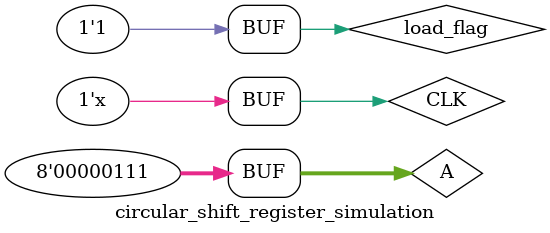
<source format=v>
`timescale 1ns / 1ps


module sr_latch_withouten_simulation(); 
   reg S;
   reg R;
   wire Q;
   wire Q_neg;
   sr_latch_withouten uut(S,R,Q,Q_neg);
   
   initial begin
       S = 1'b1; R = 1'b0;#200;
       S = 1'b0; R = 1'b0;#200;
       S = 1'b0; R = 1'b1;#200;
       S = 1'b0; R = 1'b0;#200;
       S = 1'b1; R = 1'b1;#200;
   end
endmodule

module sr_latch_withen_simulation(); 
   reg S;
   reg R;
   reg E;
   wire Q;
   wire Q_neg;
   sr_latch_withen uut(S,R,E,Q,Q_neg);
   
   initial begin
       S = 1'b1; R = 1'b0;E = 1'b1;#111.11;
       S = 1'b0; R = 1'b0;E = 1'b1;#111.11;
       S = 1'b0; R = 1'b1;E = 1'b1;#111.11;
       S = 1'b0; R = 1'b0;E = 1'b1;#111.11;
       S = 1'b0; R = 1'b0;E = 1'b0;#111.11;
       S = 1'b0; R = 1'b1;E = 1'b0;#111.11;
       S = 1'b1; R = 1'b0;E = 1'b0;#111.11;
       S = 1'b1; R = 1'b1;E = 1'b0;#111.11;
       S = 1'b1; R = 1'b1;E = 1'b1;#111.11;
   end
endmodule

module d_flip_flop_simulation(); 
   reg D;
   reg CLK;
   wire Q;
   wire Q_neg;
   d_flip_flop uut(D,CLK,Q,Q_neg);
   
   initial begin
       CLK = 0; D = 1;#166.66;
       D = 0;#166.66;
       D = 1;#166.66;
       D = 0;#166.66;
       D = 0;#166.66;
       D = 1;#166.66;
       D = 1;#166.66;
   end
   always
   begin
       CLK <= ~CLK; #50;
   end
endmodule

/*module jk_flip_flop_simulation(); 
   reg J;
   reg K;
   reg clock;
   wire Q;
   wire Q_neg;
   jk_flip_flop uut(J,K,clock,Q,Q_neg);

    initial begin
       clock = 0; J = 0; K = 0; #250;
       J = 0; K = 1; #250;
       J = 1; K = 0; #250;
       J = 1; K = 1; #250;
   end
   
   always
   begin
       clock <= ~clock; #30;
   end
endmodule*/

module jk_flip_flop_simulation(); 
   reg J;
   reg K;
   reg clock;
   wire Q;
   wire Q_neg;
   jk_flip_flop1 uut(J,K,clock,Q,Q_neg);

    initial begin
       clock = 0;J = 0; K = 1; #250;
       J = 0; K = 0; #250;
       J = 1; K = 1; #250;
       J = 1; K = 0; #250;
   end
   
   always
   begin
       clock = ~clock; #30;
   end
endmodule

/*
module asynchronous_up_counter_sim(); 
   reg J;
   reg K;
   reg CLK;
   wire A;
   wire B;
   wire C;
   wire D;
   asynchronous_up_counter uut(.J(J),.K(K),.CLK(clock),.A(A),.B(B),.C(C),.D(D));
   
   initial begin
       CLK = 0; J = 1;K=1;#1000;
   end
   always
   begin
       CLK = ~CLK; #50;
   end
endmodule
*/

module asynchronous_up_counter_sim();
    reg j;
    reg k;
    reg clock;
    wire A,B,C,D,A_neg,B_neg,C_neg,D_neg;
      
    asynchronous_up_counter uut(j,k,clock,A,B,C,D,A_neg,B_neg,C_neg,D_neg);
    initial begin
        clock = 0; j = 1; k=1; #200;
    end
    
     always
   begin
       clock = ~clock; #50;
   end
  

endmodule

module circular_shift_register_simulation(); 
   reg [7:0] A;
   reg CLK;
   reg load_flag;
   wire output_bit;
   circular_shift_register uut(A,CLK,load_flag,output_bit);

    initial begin
       CLK = 0; A = 8'b11000000; load_flag = 1; #125;
       A = 8'd1; load_flag = 0; #125;
       A = 8'd2; load_flag = 0; #125;
       A = 8'd3; load_flag = 0; #125;
       A = 8'd4; load_flag = 0; #125;
       A = 8'd5; load_flag = 0; #125;
       A = 8'd6; load_flag = 0; #125;
       A = 8'd7; load_flag = 1; #125;
   end

   always begin
       CLK <= ~CLK; #13.8888888889;
       CLK <= ~CLK; #111.111111111;
   end
endmodule



</source>
